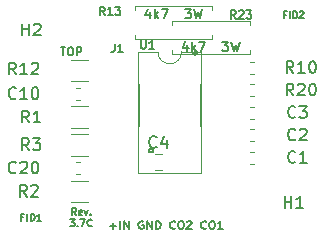
<source format=gto>
G04 #@! TF.GenerationSoftware,KiCad,Pcbnew,8.0.2*
G04 #@! TF.CreationDate,2024-05-02T19:27:24+02:00*
G04 #@! TF.ProjectId,VR-Conditioner-MAX9926+reg,56522d43-6f6e-4646-9974-696f6e65722d,3.7*
G04 #@! TF.SameCoordinates,PX68c4118PY713e7a8*
G04 #@! TF.FileFunction,Legend,Top*
G04 #@! TF.FilePolarity,Positive*
%FSLAX46Y46*%
G04 Gerber Fmt 4.6, Leading zero omitted, Abs format (unit mm)*
G04 Created by KiCad (PCBNEW 8.0.2) date 2024-05-02 19:27:24*
%MOMM*%
%LPD*%
G01*
G04 APERTURE LIST*
%ADD10C,0.150000*%
%ADD11C,0.120000*%
%ADD12C,0.152400*%
G04 APERTURE END LIST*
D10*
X7933334Y3108800D02*
X8466668Y3108800D01*
X8200001Y2880229D02*
X8200001Y3337372D01*
X8800001Y2880229D02*
X8800001Y3480229D01*
X9133334Y2880229D02*
X9133334Y3480229D01*
X9133334Y3480229D02*
X9533334Y2880229D01*
X9533334Y2880229D02*
X9533334Y3480229D01*
X10766667Y3451658D02*
X10700000Y3480229D01*
X10700000Y3480229D02*
X10600000Y3480229D01*
X10600000Y3480229D02*
X10500000Y3451658D01*
X10500000Y3451658D02*
X10433334Y3394515D01*
X10433334Y3394515D02*
X10400000Y3337372D01*
X10400000Y3337372D02*
X10366667Y3223086D01*
X10366667Y3223086D02*
X10366667Y3137372D01*
X10366667Y3137372D02*
X10400000Y3023086D01*
X10400000Y3023086D02*
X10433334Y2965943D01*
X10433334Y2965943D02*
X10500000Y2908800D01*
X10500000Y2908800D02*
X10600000Y2880229D01*
X10600000Y2880229D02*
X10666667Y2880229D01*
X10666667Y2880229D02*
X10766667Y2908800D01*
X10766667Y2908800D02*
X10800000Y2937372D01*
X10800000Y2937372D02*
X10800000Y3137372D01*
X10800000Y3137372D02*
X10666667Y3137372D01*
X11100000Y2880229D02*
X11100000Y3480229D01*
X11100000Y3480229D02*
X11500000Y2880229D01*
X11500000Y2880229D02*
X11500000Y3480229D01*
X11833333Y2880229D02*
X11833333Y3480229D01*
X11833333Y3480229D02*
X12000000Y3480229D01*
X12000000Y3480229D02*
X12100000Y3451658D01*
X12100000Y3451658D02*
X12166667Y3394515D01*
X12166667Y3394515D02*
X12200000Y3337372D01*
X12200000Y3337372D02*
X12233333Y3223086D01*
X12233333Y3223086D02*
X12233333Y3137372D01*
X12233333Y3137372D02*
X12200000Y3023086D01*
X12200000Y3023086D02*
X12166667Y2965943D01*
X12166667Y2965943D02*
X12100000Y2908800D01*
X12100000Y2908800D02*
X12000000Y2880229D01*
X12000000Y2880229D02*
X11833333Y2880229D01*
X13466666Y2937372D02*
X13433333Y2908800D01*
X13433333Y2908800D02*
X13333333Y2880229D01*
X13333333Y2880229D02*
X13266666Y2880229D01*
X13266666Y2880229D02*
X13166666Y2908800D01*
X13166666Y2908800D02*
X13100000Y2965943D01*
X13100000Y2965943D02*
X13066666Y3023086D01*
X13066666Y3023086D02*
X13033333Y3137372D01*
X13033333Y3137372D02*
X13033333Y3223086D01*
X13033333Y3223086D02*
X13066666Y3337372D01*
X13066666Y3337372D02*
X13100000Y3394515D01*
X13100000Y3394515D02*
X13166666Y3451658D01*
X13166666Y3451658D02*
X13266666Y3480229D01*
X13266666Y3480229D02*
X13333333Y3480229D01*
X13333333Y3480229D02*
X13433333Y3451658D01*
X13433333Y3451658D02*
X13466666Y3423086D01*
X13900000Y3480229D02*
X14033333Y3480229D01*
X14033333Y3480229D02*
X14100000Y3451658D01*
X14100000Y3451658D02*
X14166666Y3394515D01*
X14166666Y3394515D02*
X14200000Y3280229D01*
X14200000Y3280229D02*
X14200000Y3080229D01*
X14200000Y3080229D02*
X14166666Y2965943D01*
X14166666Y2965943D02*
X14100000Y2908800D01*
X14100000Y2908800D02*
X14033333Y2880229D01*
X14033333Y2880229D02*
X13900000Y2880229D01*
X13900000Y2880229D02*
X13833333Y2908800D01*
X13833333Y2908800D02*
X13766666Y2965943D01*
X13766666Y2965943D02*
X13733333Y3080229D01*
X13733333Y3080229D02*
X13733333Y3280229D01*
X13733333Y3280229D02*
X13766666Y3394515D01*
X13766666Y3394515D02*
X13833333Y3451658D01*
X13833333Y3451658D02*
X13900000Y3480229D01*
X14466666Y3423086D02*
X14499999Y3451658D01*
X14499999Y3451658D02*
X14566666Y3480229D01*
X14566666Y3480229D02*
X14733333Y3480229D01*
X14733333Y3480229D02*
X14799999Y3451658D01*
X14799999Y3451658D02*
X14833333Y3423086D01*
X14833333Y3423086D02*
X14866666Y3365943D01*
X14866666Y3365943D02*
X14866666Y3308800D01*
X14866666Y3308800D02*
X14833333Y3223086D01*
X14833333Y3223086D02*
X14433333Y2880229D01*
X14433333Y2880229D02*
X14866666Y2880229D01*
X16099999Y2937372D02*
X16066666Y2908800D01*
X16066666Y2908800D02*
X15966666Y2880229D01*
X15966666Y2880229D02*
X15899999Y2880229D01*
X15899999Y2880229D02*
X15799999Y2908800D01*
X15799999Y2908800D02*
X15733333Y2965943D01*
X15733333Y2965943D02*
X15699999Y3023086D01*
X15699999Y3023086D02*
X15666666Y3137372D01*
X15666666Y3137372D02*
X15666666Y3223086D01*
X15666666Y3223086D02*
X15699999Y3337372D01*
X15699999Y3337372D02*
X15733333Y3394515D01*
X15733333Y3394515D02*
X15799999Y3451658D01*
X15799999Y3451658D02*
X15899999Y3480229D01*
X15899999Y3480229D02*
X15966666Y3480229D01*
X15966666Y3480229D02*
X16066666Y3451658D01*
X16066666Y3451658D02*
X16099999Y3423086D01*
X16533333Y3480229D02*
X16666666Y3480229D01*
X16666666Y3480229D02*
X16733333Y3451658D01*
X16733333Y3451658D02*
X16799999Y3394515D01*
X16799999Y3394515D02*
X16833333Y3280229D01*
X16833333Y3280229D02*
X16833333Y3080229D01*
X16833333Y3080229D02*
X16799999Y2965943D01*
X16799999Y2965943D02*
X16733333Y2908800D01*
X16733333Y2908800D02*
X16666666Y2880229D01*
X16666666Y2880229D02*
X16533333Y2880229D01*
X16533333Y2880229D02*
X16466666Y2908800D01*
X16466666Y2908800D02*
X16399999Y2965943D01*
X16399999Y2965943D02*
X16366666Y3080229D01*
X16366666Y3080229D02*
X16366666Y3280229D01*
X16366666Y3280229D02*
X16399999Y3394515D01*
X16399999Y3394515D02*
X16466666Y3451658D01*
X16466666Y3451658D02*
X16533333Y3480229D01*
X17499999Y2880229D02*
X17099999Y2880229D01*
X17299999Y2880229D02*
X17299999Y3480229D01*
X17299999Y3480229D02*
X17233332Y3394515D01*
X17233332Y3394515D02*
X17166666Y3337372D01*
X17166666Y3337372D02*
X17099999Y3308800D01*
X3768333Y18233967D02*
X4168333Y18233967D01*
X3968333Y17533967D02*
X3968333Y18233967D01*
X4535000Y18233967D02*
X4668333Y18233967D01*
X4668333Y18233967D02*
X4735000Y18200634D01*
X4735000Y18200634D02*
X4801666Y18133967D01*
X4801666Y18133967D02*
X4835000Y18000634D01*
X4835000Y18000634D02*
X4835000Y17767300D01*
X4835000Y17767300D02*
X4801666Y17633967D01*
X4801666Y17633967D02*
X4735000Y17567300D01*
X4735000Y17567300D02*
X4668333Y17533967D01*
X4668333Y17533967D02*
X4535000Y17533967D01*
X4535000Y17533967D02*
X4468333Y17567300D01*
X4468333Y17567300D02*
X4401666Y17633967D01*
X4401666Y17633967D02*
X4368333Y17767300D01*
X4368333Y17767300D02*
X4368333Y18000634D01*
X4368333Y18000634D02*
X4401666Y18133967D01*
X4401666Y18133967D02*
X4468333Y18200634D01*
X4468333Y18200634D02*
X4535000Y18233967D01*
X5134999Y17533967D02*
X5134999Y18233967D01*
X5134999Y18233967D02*
X5401666Y18233967D01*
X5401666Y18233967D02*
X5468333Y18200634D01*
X5468333Y18200634D02*
X5501666Y18167300D01*
X5501666Y18167300D02*
X5534999Y18100634D01*
X5534999Y18100634D02*
X5534999Y18000634D01*
X5534999Y18000634D02*
X5501666Y17933967D01*
X5501666Y17933967D02*
X5468333Y17900634D01*
X5468333Y17900634D02*
X5401666Y17867300D01*
X5401666Y17867300D02*
X5134999Y17867300D01*
X5072143Y4023212D02*
X4872143Y4308926D01*
X4729286Y4023212D02*
X4729286Y4623212D01*
X4729286Y4623212D02*
X4957857Y4623212D01*
X4957857Y4623212D02*
X5015000Y4594641D01*
X5015000Y4594641D02*
X5043571Y4566069D01*
X5043571Y4566069D02*
X5072143Y4508926D01*
X5072143Y4508926D02*
X5072143Y4423212D01*
X5072143Y4423212D02*
X5043571Y4366069D01*
X5043571Y4366069D02*
X5015000Y4337498D01*
X5015000Y4337498D02*
X4957857Y4308926D01*
X4957857Y4308926D02*
X4729286Y4308926D01*
X5557857Y4051783D02*
X5500714Y4023212D01*
X5500714Y4023212D02*
X5386429Y4023212D01*
X5386429Y4023212D02*
X5329286Y4051783D01*
X5329286Y4051783D02*
X5300714Y4108926D01*
X5300714Y4108926D02*
X5300714Y4337498D01*
X5300714Y4337498D02*
X5329286Y4394641D01*
X5329286Y4394641D02*
X5386429Y4423212D01*
X5386429Y4423212D02*
X5500714Y4423212D01*
X5500714Y4423212D02*
X5557857Y4394641D01*
X5557857Y4394641D02*
X5586429Y4337498D01*
X5586429Y4337498D02*
X5586429Y4280355D01*
X5586429Y4280355D02*
X5300714Y4223212D01*
X5786429Y4423212D02*
X5929286Y4023212D01*
X5929286Y4023212D02*
X6072143Y4423212D01*
X6300715Y4080355D02*
X6329286Y4051783D01*
X6329286Y4051783D02*
X6300715Y4023212D01*
X6300715Y4023212D02*
X6272143Y4051783D01*
X6272143Y4051783D02*
X6300715Y4080355D01*
X6300715Y4080355D02*
X6300715Y4023212D01*
X4586428Y3657246D02*
X4957856Y3657246D01*
X4957856Y3657246D02*
X4757856Y3428675D01*
X4757856Y3428675D02*
X4843571Y3428675D01*
X4843571Y3428675D02*
X4900714Y3400103D01*
X4900714Y3400103D02*
X4929285Y3371532D01*
X4929285Y3371532D02*
X4957856Y3314389D01*
X4957856Y3314389D02*
X4957856Y3171532D01*
X4957856Y3171532D02*
X4929285Y3114389D01*
X4929285Y3114389D02*
X4900714Y3085817D01*
X4900714Y3085817D02*
X4843571Y3057246D01*
X4843571Y3057246D02*
X4672142Y3057246D01*
X4672142Y3057246D02*
X4614999Y3085817D01*
X4614999Y3085817D02*
X4586428Y3114389D01*
X5215000Y3114389D02*
X5243571Y3085817D01*
X5243571Y3085817D02*
X5215000Y3057246D01*
X5215000Y3057246D02*
X5186428Y3085817D01*
X5186428Y3085817D02*
X5215000Y3114389D01*
X5215000Y3114389D02*
X5215000Y3057246D01*
X5443571Y3657246D02*
X5843571Y3657246D01*
X5843571Y3657246D02*
X5586428Y3057246D01*
X6415000Y3114389D02*
X6386428Y3085817D01*
X6386428Y3085817D02*
X6300714Y3057246D01*
X6300714Y3057246D02*
X6243571Y3057246D01*
X6243571Y3057246D02*
X6157857Y3085817D01*
X6157857Y3085817D02*
X6100714Y3142960D01*
X6100714Y3142960D02*
X6072143Y3200103D01*
X6072143Y3200103D02*
X6043571Y3314389D01*
X6043571Y3314389D02*
X6043571Y3400103D01*
X6043571Y3400103D02*
X6072143Y3514389D01*
X6072143Y3514389D02*
X6100714Y3571532D01*
X6100714Y3571532D02*
X6157857Y3628675D01*
X6157857Y3628675D02*
X6243571Y3657246D01*
X6243571Y3657246D02*
X6300714Y3657246D01*
X6300714Y3657246D02*
X6386428Y3628675D01*
X6386428Y3628675D02*
X6415000Y3600103D01*
X14509999Y18421039D02*
X14509999Y17887705D01*
X14319523Y18725800D02*
X14129046Y18154372D01*
X14129046Y18154372D02*
X14624285Y18154372D01*
X14929047Y17887705D02*
X14929047Y18687705D01*
X15005237Y18192467D02*
X15233809Y17887705D01*
X15233809Y18421039D02*
X14929047Y18116277D01*
X15500475Y18687705D02*
X16033809Y18687705D01*
X16033809Y18687705D02*
X15690951Y17887705D01*
X17481428Y18687705D02*
X17976666Y18687705D01*
X17976666Y18687705D02*
X17710000Y18382943D01*
X17710000Y18382943D02*
X17824285Y18382943D01*
X17824285Y18382943D02*
X17900476Y18344848D01*
X17900476Y18344848D02*
X17938571Y18306753D01*
X17938571Y18306753D02*
X17976666Y18230562D01*
X17976666Y18230562D02*
X17976666Y18040086D01*
X17976666Y18040086D02*
X17938571Y17963896D01*
X17938571Y17963896D02*
X17900476Y17925800D01*
X17900476Y17925800D02*
X17824285Y17887705D01*
X17824285Y17887705D02*
X17595714Y17887705D01*
X17595714Y17887705D02*
X17519523Y17925800D01*
X17519523Y17925800D02*
X17481428Y17963896D01*
X18243333Y18687705D02*
X18433809Y17887705D01*
X18433809Y17887705D02*
X18586190Y18459134D01*
X18586190Y18459134D02*
X18738571Y17887705D01*
X18738571Y17887705D02*
X18929048Y18687705D01*
X11334999Y21201039D02*
X11334999Y20667705D01*
X11144523Y21505800D02*
X10954046Y20934372D01*
X10954046Y20934372D02*
X11449285Y20934372D01*
X11754047Y20667705D02*
X11754047Y21467705D01*
X11830237Y20972467D02*
X12058809Y20667705D01*
X12058809Y21201039D02*
X11754047Y20896277D01*
X12325475Y21467705D02*
X12858809Y21467705D01*
X12858809Y21467705D02*
X12515951Y20667705D01*
X14306428Y21467705D02*
X14801666Y21467705D01*
X14801666Y21467705D02*
X14535000Y21162943D01*
X14535000Y21162943D02*
X14649285Y21162943D01*
X14649285Y21162943D02*
X14725476Y21124848D01*
X14725476Y21124848D02*
X14763571Y21086753D01*
X14763571Y21086753D02*
X14801666Y21010562D01*
X14801666Y21010562D02*
X14801666Y20820086D01*
X14801666Y20820086D02*
X14763571Y20743896D01*
X14763571Y20743896D02*
X14725476Y20705800D01*
X14725476Y20705800D02*
X14649285Y20667705D01*
X14649285Y20667705D02*
X14420714Y20667705D01*
X14420714Y20667705D02*
X14344523Y20705800D01*
X14344523Y20705800D02*
X14306428Y20743896D01*
X15068333Y21467705D02*
X15258809Y20667705D01*
X15258809Y20667705D02*
X15411190Y21239134D01*
X15411190Y21239134D02*
X15563571Y20667705D01*
X15563571Y20667705D02*
X15754048Y21467705D01*
X-7858Y7641420D02*
X-55477Y7593800D01*
X-55477Y7593800D02*
X-198334Y7546181D01*
X-198334Y7546181D02*
X-293572Y7546181D01*
X-293572Y7546181D02*
X-436429Y7593800D01*
X-436429Y7593800D02*
X-531667Y7689039D01*
X-531667Y7689039D02*
X-579286Y7784277D01*
X-579286Y7784277D02*
X-626905Y7974753D01*
X-626905Y7974753D02*
X-626905Y8117610D01*
X-626905Y8117610D02*
X-579286Y8308086D01*
X-579286Y8308086D02*
X-531667Y8403324D01*
X-531667Y8403324D02*
X-436429Y8498562D01*
X-436429Y8498562D02*
X-293572Y8546181D01*
X-293572Y8546181D02*
X-198334Y8546181D01*
X-198334Y8546181D02*
X-55477Y8498562D01*
X-55477Y8498562D02*
X-7858Y8450943D01*
X373095Y8450943D02*
X420714Y8498562D01*
X420714Y8498562D02*
X515952Y8546181D01*
X515952Y8546181D02*
X754047Y8546181D01*
X754047Y8546181D02*
X849285Y8498562D01*
X849285Y8498562D02*
X896904Y8450943D01*
X896904Y8450943D02*
X944523Y8355705D01*
X944523Y8355705D02*
X944523Y8260467D01*
X944523Y8260467D02*
X896904Y8117610D01*
X896904Y8117610D02*
X325476Y7546181D01*
X325476Y7546181D02*
X944523Y7546181D01*
X1563571Y8546181D02*
X1658809Y8546181D01*
X1658809Y8546181D02*
X1754047Y8498562D01*
X1754047Y8498562D02*
X1801666Y8450943D01*
X1801666Y8450943D02*
X1849285Y8355705D01*
X1849285Y8355705D02*
X1896904Y8165229D01*
X1896904Y8165229D02*
X1896904Y7927134D01*
X1896904Y7927134D02*
X1849285Y7736658D01*
X1849285Y7736658D02*
X1801666Y7641420D01*
X1801666Y7641420D02*
X1754047Y7593800D01*
X1754047Y7593800D02*
X1658809Y7546181D01*
X1658809Y7546181D02*
X1563571Y7546181D01*
X1563571Y7546181D02*
X1468333Y7593800D01*
X1468333Y7593800D02*
X1420714Y7641420D01*
X1420714Y7641420D02*
X1373095Y7736658D01*
X1373095Y7736658D02*
X1325476Y7927134D01*
X1325476Y7927134D02*
X1325476Y8165229D01*
X1325476Y8165229D02*
X1373095Y8355705D01*
X1373095Y8355705D02*
X1420714Y8450943D01*
X1420714Y8450943D02*
X1468333Y8498562D01*
X1468333Y8498562D02*
X1563571Y8546181D01*
X-7858Y13927920D02*
X-55477Y13880300D01*
X-55477Y13880300D02*
X-198334Y13832681D01*
X-198334Y13832681D02*
X-293572Y13832681D01*
X-293572Y13832681D02*
X-436429Y13880300D01*
X-436429Y13880300D02*
X-531667Y13975539D01*
X-531667Y13975539D02*
X-579286Y14070777D01*
X-579286Y14070777D02*
X-626905Y14261253D01*
X-626905Y14261253D02*
X-626905Y14404110D01*
X-626905Y14404110D02*
X-579286Y14594586D01*
X-579286Y14594586D02*
X-531667Y14689824D01*
X-531667Y14689824D02*
X-436429Y14785062D01*
X-436429Y14785062D02*
X-293572Y14832681D01*
X-293572Y14832681D02*
X-198334Y14832681D01*
X-198334Y14832681D02*
X-55477Y14785062D01*
X-55477Y14785062D02*
X-7858Y14737443D01*
X944523Y13832681D02*
X373095Y13832681D01*
X658809Y13832681D02*
X658809Y14832681D01*
X658809Y14832681D02*
X563571Y14689824D01*
X563571Y14689824D02*
X468333Y14594586D01*
X468333Y14594586D02*
X373095Y14546967D01*
X1563571Y14832681D02*
X1658809Y14832681D01*
X1658809Y14832681D02*
X1754047Y14785062D01*
X1754047Y14785062D02*
X1801666Y14737443D01*
X1801666Y14737443D02*
X1849285Y14642205D01*
X1849285Y14642205D02*
X1896904Y14451729D01*
X1896904Y14451729D02*
X1896904Y14213634D01*
X1896904Y14213634D02*
X1849285Y14023158D01*
X1849285Y14023158D02*
X1801666Y13927920D01*
X1801666Y13927920D02*
X1754047Y13880300D01*
X1754047Y13880300D02*
X1658809Y13832681D01*
X1658809Y13832681D02*
X1563571Y13832681D01*
X1563571Y13832681D02*
X1468333Y13880300D01*
X1468333Y13880300D02*
X1420714Y13927920D01*
X1420714Y13927920D02*
X1373095Y14023158D01*
X1373095Y14023158D02*
X1325476Y14213634D01*
X1325476Y14213634D02*
X1325476Y14451729D01*
X1325476Y14451729D02*
X1373095Y14642205D01*
X1373095Y14642205D02*
X1420714Y14737443D01*
X1420714Y14737443D02*
X1468333Y14785062D01*
X1468333Y14785062D02*
X1563571Y14832681D01*
X11898333Y9799420D02*
X11850714Y9751800D01*
X11850714Y9751800D02*
X11707857Y9704181D01*
X11707857Y9704181D02*
X11612619Y9704181D01*
X11612619Y9704181D02*
X11469762Y9751800D01*
X11469762Y9751800D02*
X11374524Y9847039D01*
X11374524Y9847039D02*
X11326905Y9942277D01*
X11326905Y9942277D02*
X11279286Y10132753D01*
X11279286Y10132753D02*
X11279286Y10275610D01*
X11279286Y10275610D02*
X11326905Y10466086D01*
X11326905Y10466086D02*
X11374524Y10561324D01*
X11374524Y10561324D02*
X11469762Y10656562D01*
X11469762Y10656562D02*
X11612619Y10704181D01*
X11612619Y10704181D02*
X11707857Y10704181D01*
X11707857Y10704181D02*
X11850714Y10656562D01*
X11850714Y10656562D02*
X11898333Y10608943D01*
X12755476Y10370848D02*
X12755476Y9704181D01*
X12517381Y10751800D02*
X12279286Y10037515D01*
X12279286Y10037515D02*
X12898333Y10037515D01*
X23645833Y12340420D02*
X23598214Y12292800D01*
X23598214Y12292800D02*
X23455357Y12245181D01*
X23455357Y12245181D02*
X23360119Y12245181D01*
X23360119Y12245181D02*
X23217262Y12292800D01*
X23217262Y12292800D02*
X23122024Y12388039D01*
X23122024Y12388039D02*
X23074405Y12483277D01*
X23074405Y12483277D02*
X23026786Y12673753D01*
X23026786Y12673753D02*
X23026786Y12816610D01*
X23026786Y12816610D02*
X23074405Y13007086D01*
X23074405Y13007086D02*
X23122024Y13102324D01*
X23122024Y13102324D02*
X23217262Y13197562D01*
X23217262Y13197562D02*
X23360119Y13245181D01*
X23360119Y13245181D02*
X23455357Y13245181D01*
X23455357Y13245181D02*
X23598214Y13197562D01*
X23598214Y13197562D02*
X23645833Y13149943D01*
X23979167Y13245181D02*
X24598214Y13245181D01*
X24598214Y13245181D02*
X24264881Y12864229D01*
X24264881Y12864229D02*
X24407738Y12864229D01*
X24407738Y12864229D02*
X24502976Y12816610D01*
X24502976Y12816610D02*
X24550595Y12768991D01*
X24550595Y12768991D02*
X24598214Y12673753D01*
X24598214Y12673753D02*
X24598214Y12435658D01*
X24598214Y12435658D02*
X24550595Y12340420D01*
X24550595Y12340420D02*
X24502976Y12292800D01*
X24502976Y12292800D02*
X24407738Y12245181D01*
X24407738Y12245181D02*
X24122024Y12245181D01*
X24122024Y12245181D02*
X24026786Y12292800D01*
X24026786Y12292800D02*
X23979167Y12340420D01*
X23645833Y10435420D02*
X23598214Y10387800D01*
X23598214Y10387800D02*
X23455357Y10340181D01*
X23455357Y10340181D02*
X23360119Y10340181D01*
X23360119Y10340181D02*
X23217262Y10387800D01*
X23217262Y10387800D02*
X23122024Y10483039D01*
X23122024Y10483039D02*
X23074405Y10578277D01*
X23074405Y10578277D02*
X23026786Y10768753D01*
X23026786Y10768753D02*
X23026786Y10911610D01*
X23026786Y10911610D02*
X23074405Y11102086D01*
X23074405Y11102086D02*
X23122024Y11197324D01*
X23122024Y11197324D02*
X23217262Y11292562D01*
X23217262Y11292562D02*
X23360119Y11340181D01*
X23360119Y11340181D02*
X23455357Y11340181D01*
X23455357Y11340181D02*
X23598214Y11292562D01*
X23598214Y11292562D02*
X23645833Y11244943D01*
X24026786Y11244943D02*
X24074405Y11292562D01*
X24074405Y11292562D02*
X24169643Y11340181D01*
X24169643Y11340181D02*
X24407738Y11340181D01*
X24407738Y11340181D02*
X24502976Y11292562D01*
X24502976Y11292562D02*
X24550595Y11244943D01*
X24550595Y11244943D02*
X24598214Y11149705D01*
X24598214Y11149705D02*
X24598214Y11054467D01*
X24598214Y11054467D02*
X24550595Y10911610D01*
X24550595Y10911610D02*
X23979167Y10340181D01*
X23979167Y10340181D02*
X24598214Y10340181D01*
X23645833Y8530420D02*
X23598214Y8482800D01*
X23598214Y8482800D02*
X23455357Y8435181D01*
X23455357Y8435181D02*
X23360119Y8435181D01*
X23360119Y8435181D02*
X23217262Y8482800D01*
X23217262Y8482800D02*
X23122024Y8578039D01*
X23122024Y8578039D02*
X23074405Y8673277D01*
X23074405Y8673277D02*
X23026786Y8863753D01*
X23026786Y8863753D02*
X23026786Y9006610D01*
X23026786Y9006610D02*
X23074405Y9197086D01*
X23074405Y9197086D02*
X23122024Y9292324D01*
X23122024Y9292324D02*
X23217262Y9387562D01*
X23217262Y9387562D02*
X23360119Y9435181D01*
X23360119Y9435181D02*
X23455357Y9435181D01*
X23455357Y9435181D02*
X23598214Y9387562D01*
X23598214Y9387562D02*
X23645833Y9339943D01*
X24598214Y8435181D02*
X24026786Y8435181D01*
X24312500Y8435181D02*
X24312500Y9435181D01*
X24312500Y9435181D02*
X24217262Y9292324D01*
X24217262Y9292324D02*
X24122024Y9197086D01*
X24122024Y9197086D02*
X24026786Y9149467D01*
X508095Y19230181D02*
X508095Y20230181D01*
X508095Y19753991D02*
X1079523Y19753991D01*
X1079523Y19230181D02*
X1079523Y20230181D01*
X1508095Y20134943D02*
X1555714Y20182562D01*
X1555714Y20182562D02*
X1650952Y20230181D01*
X1650952Y20230181D02*
X1889047Y20230181D01*
X1889047Y20230181D02*
X1984285Y20182562D01*
X1984285Y20182562D02*
X2031904Y20134943D01*
X2031904Y20134943D02*
X2079523Y20039705D01*
X2079523Y20039705D02*
X2079523Y19944467D01*
X2079523Y19944467D02*
X2031904Y19801610D01*
X2031904Y19801610D02*
X1460476Y19230181D01*
X1460476Y19230181D02*
X2079523Y19230181D01*
X22733095Y4625181D02*
X22733095Y5625181D01*
X22733095Y5148991D02*
X23304523Y5148991D01*
X23304523Y4625181D02*
X23304523Y5625181D01*
X24304523Y4625181D02*
X23733095Y4625181D01*
X24018809Y4625181D02*
X24018809Y5625181D01*
X24018809Y5625181D02*
X23923571Y5482324D01*
X23923571Y5482324D02*
X23828333Y5387086D01*
X23828333Y5387086D02*
X23733095Y5339467D01*
X18599999Y20638967D02*
X18366666Y20972300D01*
X18199999Y20638967D02*
X18199999Y21338967D01*
X18199999Y21338967D02*
X18466666Y21338967D01*
X18466666Y21338967D02*
X18533333Y21305634D01*
X18533333Y21305634D02*
X18566666Y21272300D01*
X18566666Y21272300D02*
X18599999Y21205634D01*
X18599999Y21205634D02*
X18599999Y21105634D01*
X18599999Y21105634D02*
X18566666Y21038967D01*
X18566666Y21038967D02*
X18533333Y21005634D01*
X18533333Y21005634D02*
X18466666Y20972300D01*
X18466666Y20972300D02*
X18199999Y20972300D01*
X18866666Y21272300D02*
X18899999Y21305634D01*
X18899999Y21305634D02*
X18966666Y21338967D01*
X18966666Y21338967D02*
X19133333Y21338967D01*
X19133333Y21338967D02*
X19199999Y21305634D01*
X19199999Y21305634D02*
X19233333Y21272300D01*
X19233333Y21272300D02*
X19266666Y21205634D01*
X19266666Y21205634D02*
X19266666Y21138967D01*
X19266666Y21138967D02*
X19233333Y21038967D01*
X19233333Y21038967D02*
X18833333Y20638967D01*
X18833333Y20638967D02*
X19266666Y20638967D01*
X19500000Y21338967D02*
X19933333Y21338967D01*
X19933333Y21338967D02*
X19700000Y21072300D01*
X19700000Y21072300D02*
X19800000Y21072300D01*
X19800000Y21072300D02*
X19866666Y21038967D01*
X19866666Y21038967D02*
X19900000Y21005634D01*
X19900000Y21005634D02*
X19933333Y20938967D01*
X19933333Y20938967D02*
X19933333Y20772300D01*
X19933333Y20772300D02*
X19900000Y20705634D01*
X19900000Y20705634D02*
X19866666Y20672300D01*
X19866666Y20672300D02*
X19800000Y20638967D01*
X19800000Y20638967D02*
X19600000Y20638967D01*
X19600000Y20638967D02*
X19533333Y20672300D01*
X19533333Y20672300D02*
X19500000Y20705634D01*
X7507281Y20954436D02*
X7273948Y21287769D01*
X7107281Y20954436D02*
X7107281Y21654436D01*
X7107281Y21654436D02*
X7373948Y21654436D01*
X7373948Y21654436D02*
X7440615Y21621103D01*
X7440615Y21621103D02*
X7473948Y21587769D01*
X7473948Y21587769D02*
X7507281Y21521103D01*
X7507281Y21521103D02*
X7507281Y21421103D01*
X7507281Y21421103D02*
X7473948Y21354436D01*
X7473948Y21354436D02*
X7440615Y21321103D01*
X7440615Y21321103D02*
X7373948Y21287769D01*
X7373948Y21287769D02*
X7107281Y21287769D01*
X8173948Y20954436D02*
X7773948Y20954436D01*
X7973948Y20954436D02*
X7973948Y21654436D01*
X7973948Y21654436D02*
X7907281Y21554436D01*
X7907281Y21554436D02*
X7840615Y21487769D01*
X7840615Y21487769D02*
X7773948Y21454436D01*
X8407282Y21654436D02*
X8840615Y21654436D01*
X8840615Y21654436D02*
X8607282Y21387769D01*
X8607282Y21387769D02*
X8707282Y21387769D01*
X8707282Y21387769D02*
X8773948Y21354436D01*
X8773948Y21354436D02*
X8807282Y21321103D01*
X8807282Y21321103D02*
X8840615Y21254436D01*
X8840615Y21254436D02*
X8840615Y21087769D01*
X8840615Y21087769D02*
X8807282Y21021103D01*
X8807282Y21021103D02*
X8773948Y20987769D01*
X8773948Y20987769D02*
X8707282Y20954436D01*
X8707282Y20954436D02*
X8507282Y20954436D01*
X8507282Y20954436D02*
X8440615Y20987769D01*
X8440615Y20987769D02*
X8407282Y21021103D01*
X10579166Y18798967D02*
X10579166Y18232300D01*
X10579166Y18232300D02*
X10612500Y18165634D01*
X10612500Y18165634D02*
X10645833Y18132300D01*
X10645833Y18132300D02*
X10712500Y18098967D01*
X10712500Y18098967D02*
X10845833Y18098967D01*
X10845833Y18098967D02*
X10912500Y18132300D01*
X10912500Y18132300D02*
X10945833Y18165634D01*
X10945833Y18165634D02*
X10979166Y18232300D01*
X10979166Y18232300D02*
X10979166Y18798967D01*
X11679166Y18098967D02*
X11279166Y18098967D01*
X11479166Y18098967D02*
X11479166Y18798967D01*
X11479166Y18798967D02*
X11412499Y18698967D01*
X11412499Y18698967D02*
X11345833Y18632300D01*
X11345833Y18632300D02*
X11279166Y18598967D01*
X15012319Y17780001D02*
X15250414Y17780001D01*
X15155176Y17541906D02*
X15250414Y17780001D01*
X15250414Y17780001D02*
X15155176Y18018096D01*
X15440890Y17637144D02*
X15250414Y17780001D01*
X15250414Y17780001D02*
X15440890Y17922858D01*
X15012319Y17780001D02*
X15250414Y17780001D01*
X15155176Y17541906D02*
X15250414Y17780001D01*
X15250414Y17780001D02*
X15155176Y18018096D01*
X15440890Y17637144D02*
X15250414Y17780001D01*
X15250414Y17780001D02*
X15440890Y17922858D01*
X23487142Y14150181D02*
X23153809Y14626372D01*
X22915714Y14150181D02*
X22915714Y15150181D01*
X22915714Y15150181D02*
X23296666Y15150181D01*
X23296666Y15150181D02*
X23391904Y15102562D01*
X23391904Y15102562D02*
X23439523Y15054943D01*
X23439523Y15054943D02*
X23487142Y14959705D01*
X23487142Y14959705D02*
X23487142Y14816848D01*
X23487142Y14816848D02*
X23439523Y14721610D01*
X23439523Y14721610D02*
X23391904Y14673991D01*
X23391904Y14673991D02*
X23296666Y14626372D01*
X23296666Y14626372D02*
X22915714Y14626372D01*
X23868095Y15054943D02*
X23915714Y15102562D01*
X23915714Y15102562D02*
X24010952Y15150181D01*
X24010952Y15150181D02*
X24249047Y15150181D01*
X24249047Y15150181D02*
X24344285Y15102562D01*
X24344285Y15102562D02*
X24391904Y15054943D01*
X24391904Y15054943D02*
X24439523Y14959705D01*
X24439523Y14959705D02*
X24439523Y14864467D01*
X24439523Y14864467D02*
X24391904Y14721610D01*
X24391904Y14721610D02*
X23820476Y14150181D01*
X23820476Y14150181D02*
X24439523Y14150181D01*
X25058571Y15150181D02*
X25153809Y15150181D01*
X25153809Y15150181D02*
X25249047Y15102562D01*
X25249047Y15102562D02*
X25296666Y15054943D01*
X25296666Y15054943D02*
X25344285Y14959705D01*
X25344285Y14959705D02*
X25391904Y14769229D01*
X25391904Y14769229D02*
X25391904Y14531134D01*
X25391904Y14531134D02*
X25344285Y14340658D01*
X25344285Y14340658D02*
X25296666Y14245420D01*
X25296666Y14245420D02*
X25249047Y14197800D01*
X25249047Y14197800D02*
X25153809Y14150181D01*
X25153809Y14150181D02*
X25058571Y14150181D01*
X25058571Y14150181D02*
X24963333Y14197800D01*
X24963333Y14197800D02*
X24915714Y14245420D01*
X24915714Y14245420D02*
X24868095Y14340658D01*
X24868095Y14340658D02*
X24820476Y14531134D01*
X24820476Y14531134D02*
X24820476Y14769229D01*
X24820476Y14769229D02*
X24868095Y14959705D01*
X24868095Y14959705D02*
X24915714Y15054943D01*
X24915714Y15054943D02*
X24963333Y15102562D01*
X24963333Y15102562D02*
X25058571Y15150181D01*
X23487142Y16055181D02*
X23153809Y16531372D01*
X22915714Y16055181D02*
X22915714Y17055181D01*
X22915714Y17055181D02*
X23296666Y17055181D01*
X23296666Y17055181D02*
X23391904Y17007562D01*
X23391904Y17007562D02*
X23439523Y16959943D01*
X23439523Y16959943D02*
X23487142Y16864705D01*
X23487142Y16864705D02*
X23487142Y16721848D01*
X23487142Y16721848D02*
X23439523Y16626610D01*
X23439523Y16626610D02*
X23391904Y16578991D01*
X23391904Y16578991D02*
X23296666Y16531372D01*
X23296666Y16531372D02*
X22915714Y16531372D01*
X24439523Y16055181D02*
X23868095Y16055181D01*
X24153809Y16055181D02*
X24153809Y17055181D01*
X24153809Y17055181D02*
X24058571Y16912324D01*
X24058571Y16912324D02*
X23963333Y16817086D01*
X23963333Y16817086D02*
X23868095Y16769467D01*
X25058571Y17055181D02*
X25153809Y17055181D01*
X25153809Y17055181D02*
X25249047Y17007562D01*
X25249047Y17007562D02*
X25296666Y16959943D01*
X25296666Y16959943D02*
X25344285Y16864705D01*
X25344285Y16864705D02*
X25391904Y16674229D01*
X25391904Y16674229D02*
X25391904Y16436134D01*
X25391904Y16436134D02*
X25344285Y16245658D01*
X25344285Y16245658D02*
X25296666Y16150420D01*
X25296666Y16150420D02*
X25249047Y16102800D01*
X25249047Y16102800D02*
X25153809Y16055181D01*
X25153809Y16055181D02*
X25058571Y16055181D01*
X25058571Y16055181D02*
X24963333Y16102800D01*
X24963333Y16102800D02*
X24915714Y16150420D01*
X24915714Y16150420D02*
X24868095Y16245658D01*
X24868095Y16245658D02*
X24820476Y16436134D01*
X24820476Y16436134D02*
X24820476Y16674229D01*
X24820476Y16674229D02*
X24868095Y16864705D01*
X24868095Y16864705D02*
X24915714Y16959943D01*
X24915714Y16959943D02*
X24963333Y17007562D01*
X24963333Y17007562D02*
X25058571Y17055181D01*
X8339166Y18533967D02*
X8339166Y18033967D01*
X8339166Y18033967D02*
X8305833Y17933967D01*
X8305833Y17933967D02*
X8239166Y17867300D01*
X8239166Y17867300D02*
X8139166Y17833967D01*
X8139166Y17833967D02*
X8072500Y17833967D01*
X9039166Y17833967D02*
X8639166Y17833967D01*
X8839166Y17833967D02*
X8839166Y18533967D01*
X8839166Y18533967D02*
X8772499Y18433967D01*
X8772499Y18433967D02*
X8705833Y18367300D01*
X8705833Y18367300D02*
X8639166Y18333967D01*
X22852143Y20999515D02*
X22652143Y20999515D01*
X22652143Y20685229D02*
X22652143Y21285229D01*
X22652143Y21285229D02*
X22937857Y21285229D01*
X23166429Y20685229D02*
X23166429Y21285229D01*
X23452143Y20685229D02*
X23452143Y21285229D01*
X23452143Y21285229D02*
X23595000Y21285229D01*
X23595000Y21285229D02*
X23680714Y21256658D01*
X23680714Y21256658D02*
X23737857Y21199515D01*
X23737857Y21199515D02*
X23766428Y21142372D01*
X23766428Y21142372D02*
X23795000Y21028086D01*
X23795000Y21028086D02*
X23795000Y20942372D01*
X23795000Y20942372D02*
X23766428Y20828086D01*
X23766428Y20828086D02*
X23737857Y20770943D01*
X23737857Y20770943D02*
X23680714Y20713800D01*
X23680714Y20713800D02*
X23595000Y20685229D01*
X23595000Y20685229D02*
X23452143Y20685229D01*
X24023571Y21228086D02*
X24052143Y21256658D01*
X24052143Y21256658D02*
X24109286Y21285229D01*
X24109286Y21285229D02*
X24252143Y21285229D01*
X24252143Y21285229D02*
X24309286Y21256658D01*
X24309286Y21256658D02*
X24337857Y21228086D01*
X24337857Y21228086D02*
X24366428Y21170943D01*
X24366428Y21170943D02*
X24366428Y21113800D01*
X24366428Y21113800D02*
X24337857Y21028086D01*
X24337857Y21028086D02*
X23995000Y20685229D01*
X23995000Y20685229D02*
X24366428Y20685229D01*
X627143Y3854515D02*
X427143Y3854515D01*
X427143Y3540229D02*
X427143Y4140229D01*
X427143Y4140229D02*
X712857Y4140229D01*
X941429Y3540229D02*
X941429Y4140229D01*
X1227143Y3540229D02*
X1227143Y4140229D01*
X1227143Y4140229D02*
X1370000Y4140229D01*
X1370000Y4140229D02*
X1455714Y4111658D01*
X1455714Y4111658D02*
X1512857Y4054515D01*
X1512857Y4054515D02*
X1541428Y3997372D01*
X1541428Y3997372D02*
X1570000Y3883086D01*
X1570000Y3883086D02*
X1570000Y3797372D01*
X1570000Y3797372D02*
X1541428Y3683086D01*
X1541428Y3683086D02*
X1512857Y3625943D01*
X1512857Y3625943D02*
X1455714Y3568800D01*
X1455714Y3568800D02*
X1370000Y3540229D01*
X1370000Y3540229D02*
X1227143Y3540229D01*
X2141428Y3540229D02*
X1798571Y3540229D01*
X1970000Y3540229D02*
X1970000Y4140229D01*
X1970000Y4140229D02*
X1912857Y4054515D01*
X1912857Y4054515D02*
X1855714Y3997372D01*
X1855714Y3997372D02*
X1798571Y3968800D01*
X1103333Y11864181D02*
X770000Y12340372D01*
X531905Y11864181D02*
X531905Y12864181D01*
X531905Y12864181D02*
X912857Y12864181D01*
X912857Y12864181D02*
X1008095Y12816562D01*
X1008095Y12816562D02*
X1055714Y12768943D01*
X1055714Y12768943D02*
X1103333Y12673705D01*
X1103333Y12673705D02*
X1103333Y12530848D01*
X1103333Y12530848D02*
X1055714Y12435610D01*
X1055714Y12435610D02*
X1008095Y12387991D01*
X1008095Y12387991D02*
X912857Y12340372D01*
X912857Y12340372D02*
X531905Y12340372D01*
X2055714Y11864181D02*
X1484286Y11864181D01*
X1770000Y11864181D02*
X1770000Y12864181D01*
X1770000Y12864181D02*
X1674762Y12721324D01*
X1674762Y12721324D02*
X1579524Y12626086D01*
X1579524Y12626086D02*
X1484286Y12578467D01*
X912833Y5577681D02*
X579500Y6053872D01*
X341405Y5577681D02*
X341405Y6577681D01*
X341405Y6577681D02*
X722357Y6577681D01*
X722357Y6577681D02*
X817595Y6530062D01*
X817595Y6530062D02*
X865214Y6482443D01*
X865214Y6482443D02*
X912833Y6387205D01*
X912833Y6387205D02*
X912833Y6244348D01*
X912833Y6244348D02*
X865214Y6149110D01*
X865214Y6149110D02*
X817595Y6101491D01*
X817595Y6101491D02*
X722357Y6053872D01*
X722357Y6053872D02*
X341405Y6053872D01*
X1293786Y6482443D02*
X1341405Y6530062D01*
X1341405Y6530062D02*
X1436643Y6577681D01*
X1436643Y6577681D02*
X1674738Y6577681D01*
X1674738Y6577681D02*
X1769976Y6530062D01*
X1769976Y6530062D02*
X1817595Y6482443D01*
X1817595Y6482443D02*
X1865214Y6387205D01*
X1865214Y6387205D02*
X1865214Y6291967D01*
X1865214Y6291967D02*
X1817595Y6149110D01*
X1817595Y6149110D02*
X1246167Y5577681D01*
X1246167Y5577681D02*
X1865214Y5577681D01*
X1103333Y9514681D02*
X770000Y9990872D01*
X531905Y9514681D02*
X531905Y10514681D01*
X531905Y10514681D02*
X912857Y10514681D01*
X912857Y10514681D02*
X1008095Y10467062D01*
X1008095Y10467062D02*
X1055714Y10419443D01*
X1055714Y10419443D02*
X1103333Y10324205D01*
X1103333Y10324205D02*
X1103333Y10181348D01*
X1103333Y10181348D02*
X1055714Y10086110D01*
X1055714Y10086110D02*
X1008095Y10038491D01*
X1008095Y10038491D02*
X912857Y9990872D01*
X912857Y9990872D02*
X531905Y9990872D01*
X1436667Y10514681D02*
X2055714Y10514681D01*
X2055714Y10514681D02*
X1722381Y10133729D01*
X1722381Y10133729D02*
X1865238Y10133729D01*
X1865238Y10133729D02*
X1960476Y10086110D01*
X1960476Y10086110D02*
X2008095Y10038491D01*
X2008095Y10038491D02*
X2055714Y9943253D01*
X2055714Y9943253D02*
X2055714Y9705158D01*
X2055714Y9705158D02*
X2008095Y9609920D01*
X2008095Y9609920D02*
X1960476Y9562300D01*
X1960476Y9562300D02*
X1865238Y9514681D01*
X1865238Y9514681D02*
X1579524Y9514681D01*
X1579524Y9514681D02*
X1484286Y9562300D01*
X1484286Y9562300D02*
X1436667Y9609920D01*
X-7858Y15928181D02*
X-341191Y16404372D01*
X-579286Y15928181D02*
X-579286Y16928181D01*
X-579286Y16928181D02*
X-198334Y16928181D01*
X-198334Y16928181D02*
X-103096Y16880562D01*
X-103096Y16880562D02*
X-55477Y16832943D01*
X-55477Y16832943D02*
X-7858Y16737705D01*
X-7858Y16737705D02*
X-7858Y16594848D01*
X-7858Y16594848D02*
X-55477Y16499610D01*
X-55477Y16499610D02*
X-103096Y16451991D01*
X-103096Y16451991D02*
X-198334Y16404372D01*
X-198334Y16404372D02*
X-579286Y16404372D01*
X944523Y15928181D02*
X373095Y15928181D01*
X658809Y15928181D02*
X658809Y16928181D01*
X658809Y16928181D02*
X563571Y16785324D01*
X563571Y16785324D02*
X468333Y16690086D01*
X468333Y16690086D02*
X373095Y16642467D01*
X1325476Y16832943D02*
X1373095Y16880562D01*
X1373095Y16880562D02*
X1468333Y16928181D01*
X1468333Y16928181D02*
X1706428Y16928181D01*
X1706428Y16928181D02*
X1801666Y16880562D01*
X1801666Y16880562D02*
X1849285Y16832943D01*
X1849285Y16832943D02*
X1896904Y16737705D01*
X1896904Y16737705D02*
X1896904Y16642467D01*
X1896904Y16642467D02*
X1849285Y16499610D01*
X1849285Y16499610D02*
X1277857Y15928181D01*
X1277857Y15928181D02*
X1896904Y15928181D01*
D11*
G04 #@! TO.C,C20*
X5433279Y7491000D02*
X5107721Y7491000D01*
X5433279Y8511000D02*
X5107721Y8511000D01*
G04 #@! TO.C,C10*
X5107721Y14797500D02*
X5433279Y14797500D01*
X5107721Y13777500D02*
X5433279Y13777500D01*
G04 #@! TO.C,C4*
X11806422Y9219000D02*
X12323578Y9219000D01*
X11806422Y7799000D02*
X12323578Y7799000D01*
G04 #@! TO.C,C3*
X20165279Y12190000D02*
X19839721Y12190000D01*
X20165279Y13210000D02*
X19839721Y13210000D01*
G04 #@! TO.C,C2*
X20165279Y10285000D02*
X19839721Y10285000D01*
X20165279Y11305000D02*
X19839721Y11305000D01*
G04 #@! TO.C,C1*
X20165279Y8380000D02*
X19839721Y8380000D01*
X20165279Y9400000D02*
X19839721Y9400000D01*
G04 #@! TO.C,R23*
X19780000Y17680000D02*
X19780000Y18010000D01*
X13240000Y17680000D02*
X19780000Y17680000D01*
X13240000Y18010000D02*
X13240000Y17680000D01*
X19780000Y20420000D02*
X19780000Y20090000D01*
X13240000Y20420000D02*
X19780000Y20420000D01*
X13240000Y20090000D02*
X13240000Y20420000D01*
G04 #@! TO.C,R13*
X16605000Y18950000D02*
X16605000Y19280000D01*
X10065000Y18950000D02*
X16605000Y18950000D01*
X10065000Y19280000D02*
X10065000Y18950000D01*
X16605000Y21690000D02*
X16605000Y21360000D01*
X10065000Y21690000D02*
X16605000Y21690000D01*
X10065000Y21360000D02*
X10065000Y21690000D01*
D12*
G04 #@! TO.C,U1*
X11620500Y9632201D02*
X11620500Y9378201D01*
X11239500Y9632201D02*
X11620500Y9632201D01*
X11239500Y9378201D02*
X11239500Y9632201D01*
X11620500Y9378201D02*
X11239500Y9378201D01*
X15633700Y11593945D02*
X15633700Y15076055D01*
X10401300Y15076055D02*
X10401300Y11593945D01*
D11*
G04 #@! TO.C,R20*
X20173767Y15115000D02*
X19831233Y15115000D01*
X20173767Y14095000D02*
X19831233Y14095000D01*
G04 #@! TO.C,R10*
X20173767Y17020000D02*
X19831233Y17020000D01*
X20173767Y16000000D02*
X19831233Y16000000D01*
G04 #@! TO.C,J1*
X15667500Y17840000D02*
X14017500Y17840000D01*
X15667500Y7560000D02*
X15667500Y17840000D01*
X10367500Y7560000D02*
X15667500Y7560000D01*
X10367500Y17840000D02*
X10367500Y7560000D01*
X12017500Y17840000D02*
X10367500Y17840000D01*
X14017500Y17840000D02*
G75*
G02*
X12017500Y17840000I-1000000J0D01*
G01*
G04 #@! TO.C,R1*
X4670436Y11409000D02*
X6124564Y11409000D01*
X4670436Y13229000D02*
X6124564Y13229000D01*
G04 #@! TO.C,R2*
X4670436Y6942500D02*
X6124564Y6942500D01*
X4670436Y5122500D02*
X6124564Y5122500D01*
G04 #@! TO.C,R3*
X4670436Y9059500D02*
X6124564Y9059500D01*
X4670436Y10879500D02*
X6124564Y10879500D01*
G04 #@! TO.C,R12*
X4670436Y17166000D02*
X6124564Y17166000D01*
X4670436Y15346000D02*
X6124564Y15346000D01*
G04 #@! TD*
M02*

</source>
